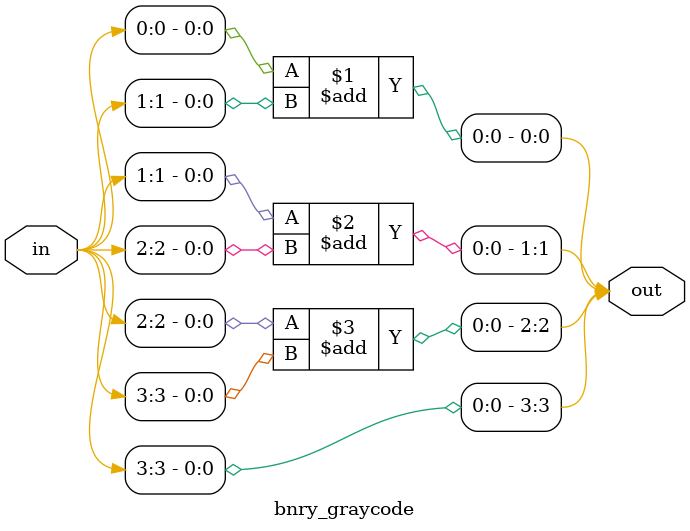
<source format=v>
`timescale 1ns / 1ps


module bnry_graycode #(parameter SIZE = 4)(in,out);
input [SIZE - 1: 0] in;
output [SIZE - 1: 0] out;

genvar i;
generate
 for( i = 0; i < SIZE - 1; i = i + 1)
  begin
   assign out[i] = in[i] + in[i + 1];
  end
endgenerate

assign out[SIZE - 1] = in[SIZE - 1];
endmodule

</source>
